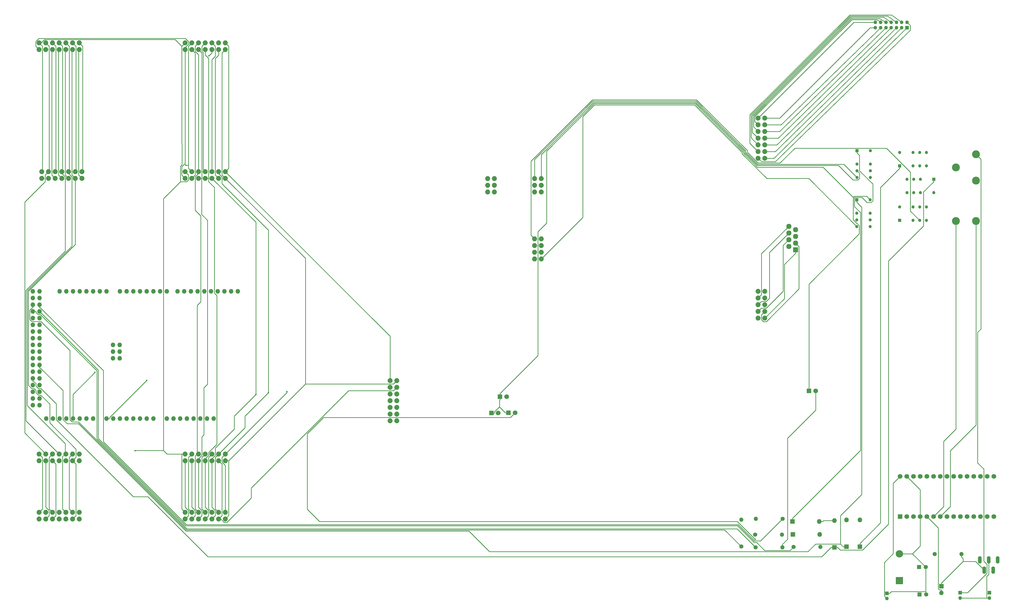
<source format=gbr>
G04 #@! TF.FileFunction,Copper,L2,Bot,Signal*
%FSLAX46Y46*%
G04 Gerber Fmt 4.6, Leading zero omitted, Abs format (unit mm)*
G04 Created by KiCad (PCBNEW 4.0.6) date 02/18/20 12:40:55*
%MOMM*%
%LPD*%
G01*
G04 APERTURE LIST*
%ADD10C,0.100000*%
%ADD11C,1.879600*%
%ADD12R,1.600000X1.600000*%
%ADD13C,1.600000*%
%ADD14R,1.800000X1.800000*%
%ADD15C,1.800000*%
%ADD16O,1.800000X1.800000*%
%ADD17R,2.800000X2.800000*%
%ADD18O,2.800000X2.800000*%
%ADD19R,1.960000X1.960000*%
%ADD20C,1.960000*%
%ADD21R,1.350000X1.350000*%
%ADD22O,1.350000X1.350000*%
%ADD23R,1.200000X1.200000*%
%ADD24C,1.200000*%
%ADD25C,3.000000*%
%ADD26O,1.600000X1.600000*%
%ADD27O,1.727200X1.727200*%
%ADD28R,1.700000X1.700000*%
%ADD29O,1.700000X1.700000*%
%ADD30O,1.408000X2.816000*%
%ADD31C,0.600000*%
%ADD32C,0.250000*%
G04 APERTURE END LIST*
D10*
D11*
X133400000Y-102400000D03*
X133400000Y-99860000D03*
X135940000Y-102400000D03*
X135940000Y-99860000D03*
X138480000Y-102400000D03*
X138480000Y-99860000D03*
X141020000Y-102400000D03*
X141020000Y-99860000D03*
X143560000Y-102400000D03*
X143560000Y-99860000D03*
X146100000Y-102400000D03*
X146100000Y-99860000D03*
X148640000Y-102400000D03*
X148640000Y-99860000D03*
X188800000Y-102400000D03*
X188800000Y-99860000D03*
X191340000Y-102400000D03*
X191340000Y-99860000D03*
X193880000Y-102400000D03*
X193880000Y-99860000D03*
X196420000Y-102400000D03*
X196420000Y-99860000D03*
X198960000Y-102400000D03*
X198960000Y-99860000D03*
X201500000Y-102400000D03*
X201500000Y-99860000D03*
X204040000Y-102400000D03*
X204040000Y-99860000D03*
X188800000Y-151200000D03*
X188800000Y-148660000D03*
X191340000Y-151200000D03*
X191340000Y-148660000D03*
X193880000Y-151200000D03*
X193880000Y-148660000D03*
X196420000Y-151200000D03*
X196420000Y-148660000D03*
X198960000Y-151200000D03*
X198960000Y-148660000D03*
X201500000Y-151200000D03*
X201500000Y-148660000D03*
X204040000Y-151200000D03*
X204040000Y-148660000D03*
X134400000Y-151200000D03*
X134400000Y-148660000D03*
X136940000Y-151200000D03*
X136940000Y-148660000D03*
X139480000Y-151200000D03*
X139480000Y-148660000D03*
X142020000Y-151200000D03*
X142020000Y-148660000D03*
X144560000Y-151200000D03*
X144560000Y-148660000D03*
X147100000Y-151200000D03*
X147100000Y-148660000D03*
X149640000Y-151200000D03*
X149640000Y-148660000D03*
X133400000Y-280400000D03*
X133400000Y-277860000D03*
X135940000Y-280400000D03*
X135940000Y-277860000D03*
X138480000Y-280400000D03*
X138480000Y-277860000D03*
X141020000Y-280400000D03*
X141020000Y-277860000D03*
X143560000Y-280400000D03*
X143560000Y-277860000D03*
X146100000Y-280400000D03*
X146100000Y-277860000D03*
X148640000Y-280400000D03*
X148640000Y-277860000D03*
X188800000Y-280400000D03*
X188800000Y-277860000D03*
X191340000Y-280400000D03*
X191340000Y-277860000D03*
X193880000Y-280400000D03*
X193880000Y-277860000D03*
X196420000Y-280400000D03*
X196420000Y-277860000D03*
X198960000Y-280400000D03*
X198960000Y-277860000D03*
X201500000Y-280400000D03*
X201500000Y-277860000D03*
X204040000Y-280400000D03*
X204040000Y-277860000D03*
X133400000Y-258300000D03*
X133400000Y-255760000D03*
X135940000Y-258300000D03*
X135940000Y-255760000D03*
X138480000Y-258300000D03*
X138480000Y-255760000D03*
X141020000Y-258300000D03*
X141020000Y-255760000D03*
X143560000Y-258300000D03*
X143560000Y-255760000D03*
X146100000Y-258300000D03*
X146100000Y-255760000D03*
X148640000Y-258300000D03*
X148640000Y-255760000D03*
X188800000Y-258300000D03*
X188800000Y-255760000D03*
X191340000Y-258300000D03*
X191340000Y-255760000D03*
X193880000Y-258300000D03*
X193880000Y-255760000D03*
X196420000Y-258300000D03*
X196420000Y-255760000D03*
X198960000Y-258300000D03*
X198960000Y-255760000D03*
X201500000Y-258300000D03*
X201500000Y-255760000D03*
X204040000Y-258300000D03*
X204040000Y-255760000D03*
X269000000Y-243200000D03*
X266460000Y-243200000D03*
X269000000Y-240660000D03*
X266460000Y-240660000D03*
X269000000Y-238120000D03*
X266460000Y-238120000D03*
X269000000Y-235580000D03*
X266460000Y-235580000D03*
X269000000Y-233040000D03*
X266460000Y-233040000D03*
X269000000Y-230500000D03*
X266460000Y-230500000D03*
X269000000Y-227960000D03*
X266460000Y-227960000D03*
X408600000Y-143600000D03*
X406060000Y-143600000D03*
X408600000Y-141060000D03*
X406060000Y-141060000D03*
X408600000Y-138520000D03*
X406060000Y-138520000D03*
X408600000Y-135980000D03*
X406060000Y-135980000D03*
X408600000Y-133440000D03*
X406060000Y-133440000D03*
X408600000Y-130900000D03*
X406060000Y-130900000D03*
X408600000Y-128360000D03*
X406060000Y-128360000D03*
X323800000Y-156400000D03*
X321260000Y-156400000D03*
X323800000Y-153860000D03*
X321260000Y-153860000D03*
X323800000Y-151320000D03*
X321260000Y-151320000D03*
X306000000Y-156400000D03*
X303460000Y-156400000D03*
X306000000Y-153860000D03*
X303460000Y-153860000D03*
X306000000Y-151320000D03*
X303460000Y-151320000D03*
X323800000Y-181800000D03*
X321260000Y-181800000D03*
X323800000Y-179260000D03*
X321260000Y-179260000D03*
X323800000Y-176720000D03*
X321260000Y-176720000D03*
X323800000Y-174180000D03*
X321260000Y-174180000D03*
X408600000Y-204267000D03*
X406060000Y-204267000D03*
X408600000Y-201727000D03*
X406060000Y-201727000D03*
X408600000Y-199187000D03*
X406060000Y-199187000D03*
X408600000Y-196647000D03*
X406060000Y-196647000D03*
X408600000Y-194107000D03*
X406060000Y-194107000D03*
D12*
X467258000Y-309067000D03*
D13*
X469758000Y-309067000D03*
D12*
X467081000Y-298679000D03*
D13*
X469581000Y-298679000D03*
D14*
X311404000Y-240132000D03*
D15*
X313944000Y-240132000D03*
D14*
X419100000Y-281381000D03*
D16*
X429260000Y-281381000D03*
D14*
X434975000Y-291186000D03*
D16*
X434975000Y-281026000D03*
D14*
X419278000Y-286283000D03*
D16*
X429438000Y-286283000D03*
D14*
X444627000Y-290957000D03*
D16*
X444627000Y-280797000D03*
D14*
X425298000Y-231800000D03*
D15*
X427838000Y-231800000D03*
D17*
X459613000Y-303809000D03*
D18*
X459613000Y-293649000D03*
D14*
X439598000Y-290957000D03*
D16*
X439598000Y-280797000D03*
D14*
X308153000Y-234061000D03*
D15*
X310693000Y-234061000D03*
D14*
X304902000Y-240208000D03*
D15*
X307442000Y-240208000D03*
D19*
X420243000Y-178308000D03*
D20*
X417703000Y-177038000D03*
X420243000Y-175768000D03*
X417703000Y-174498000D03*
X420243000Y-173228000D03*
X417703000Y-171958000D03*
X420243000Y-170688000D03*
X417703000Y-169418000D03*
D21*
X482651000Y-308407000D03*
D22*
X482651000Y-310407000D03*
D21*
X493751000Y-308407000D03*
D22*
X493751000Y-310407000D03*
D21*
X454914000Y-308610000D03*
D22*
X454914000Y-310610000D03*
D23*
X443560000Y-140692000D03*
D24*
X448640000Y-140692000D03*
X443560000Y-145772000D03*
X448640000Y-150852000D03*
X443560000Y-148312000D03*
X443560000Y-150852000D03*
X448640000Y-145772000D03*
X448640000Y-148312000D03*
D23*
X459665000Y-167183000D03*
D24*
X459665000Y-162103000D03*
X464745000Y-167183000D03*
X469825000Y-162103000D03*
X467285000Y-167183000D03*
X469825000Y-167183000D03*
X464745000Y-162103000D03*
X467285000Y-162103000D03*
D23*
X472642000Y-151536000D03*
D24*
X472642000Y-156616000D03*
X467562000Y-151536000D03*
X462482000Y-156616000D03*
X465022000Y-151536000D03*
X462482000Y-151536000D03*
X467562000Y-156616000D03*
X465022000Y-156616000D03*
D23*
X459742000Y-146482000D03*
D24*
X459742000Y-141402000D03*
X464822000Y-146482000D03*
X469902000Y-141402000D03*
X467362000Y-146482000D03*
X469902000Y-146482000D03*
X464822000Y-141402000D03*
X467362000Y-141402000D03*
D23*
X443484000Y-159361000D03*
D24*
X448564000Y-159361000D03*
X443484000Y-164441000D03*
X448564000Y-169521000D03*
X443484000Y-166981000D03*
X443484000Y-169521000D03*
X448564000Y-164441000D03*
X448564000Y-166981000D03*
D25*
X481051000Y-167411000D03*
X488671000Y-167411000D03*
X481051000Y-147091000D03*
X488671000Y-142091000D03*
X488671000Y-152091000D03*
D13*
X472999000Y-293726000D03*
D26*
X483159000Y-293726000D03*
D27*
X163932000Y-219456000D03*
X161392000Y-219456000D03*
X161392000Y-216916000D03*
X163932000Y-216916000D03*
X161392000Y-214376000D03*
X176759000Y-242316000D03*
X181839000Y-242316000D03*
X184379000Y-242316000D03*
X186919000Y-242316000D03*
X189459000Y-242316000D03*
X191999000Y-242316000D03*
X194539000Y-242316000D03*
X197079000Y-242316000D03*
X141199000Y-194056000D03*
X143739000Y-194056000D03*
X146279000Y-194056000D03*
X148819000Y-194056000D03*
X151359000Y-194056000D03*
X153899000Y-194056000D03*
X156439000Y-194056000D03*
X158979000Y-194056000D03*
X164059000Y-194056000D03*
X166599000Y-194056000D03*
X169139000Y-194056000D03*
X171679000Y-194056000D03*
X174219000Y-194056000D03*
X176759000Y-194056000D03*
X179299000Y-194056000D03*
X181839000Y-194056000D03*
X201143000Y-194056000D03*
X185903000Y-194056000D03*
X188443000Y-194056000D03*
X190983000Y-194056000D03*
X208763000Y-194056000D03*
X206223000Y-194056000D03*
X203683000Y-194056000D03*
X198603000Y-194056000D03*
X196063000Y-194056000D03*
X193523000Y-194056000D03*
X199619000Y-242316000D03*
X174219000Y-242316000D03*
X171679000Y-242316000D03*
X169139000Y-242316000D03*
X166599000Y-242316000D03*
X164059000Y-242316000D03*
X161519000Y-242316000D03*
X158979000Y-242316000D03*
X153899000Y-242316000D03*
X151359000Y-242316000D03*
X148819000Y-242316000D03*
X146279000Y-242316000D03*
X143739000Y-242316000D03*
X141199000Y-242316000D03*
X138659000Y-242316000D03*
X136119000Y-242316000D03*
X133579000Y-194056000D03*
X131039000Y-194056000D03*
X133579000Y-196596000D03*
X131039000Y-196596000D03*
X133579000Y-199136000D03*
X131039000Y-199136000D03*
X133579000Y-201676000D03*
X131039000Y-201676000D03*
X133579000Y-204216000D03*
X131039000Y-204216000D03*
X133579000Y-206756000D03*
X131039000Y-206756000D03*
X133579000Y-209296000D03*
X131039000Y-209296000D03*
X133579000Y-211836000D03*
X131039000Y-211836000D03*
X133579000Y-214376000D03*
X131039000Y-214376000D03*
X133579000Y-216916000D03*
X131039000Y-216916000D03*
X133579000Y-219456000D03*
X131039000Y-219456000D03*
X133579000Y-221996000D03*
X131039000Y-221996000D03*
X133579000Y-224536000D03*
X131039000Y-224536000D03*
X133579000Y-227076000D03*
X131039000Y-227076000D03*
X133579000Y-229616000D03*
X131039000Y-229616000D03*
X133579000Y-232156000D03*
X131039000Y-232156000D03*
X133579000Y-234696000D03*
X131039000Y-234696000D03*
X133579000Y-237236000D03*
X131039000Y-237236000D03*
X163932000Y-214376000D03*
D13*
X419456000Y-291059000D03*
D26*
X429616000Y-291059000D03*
D13*
X405130000Y-291160000D03*
D26*
X415290000Y-291160000D03*
D13*
X404952000Y-286360000D03*
D26*
X415112000Y-286360000D03*
D13*
X399644000Y-290855000D03*
D26*
X399644000Y-280695000D03*
D13*
X415341000Y-280391000D03*
D26*
X405181000Y-280391000D03*
D28*
X475539000Y-305892000D03*
D29*
X475539000Y-308432000D03*
D14*
X459892000Y-279476000D03*
D15*
X462432000Y-279476000D03*
X464972000Y-279476000D03*
X467512000Y-279476000D03*
X470052000Y-279476000D03*
X472592000Y-279476000D03*
X475132000Y-279476000D03*
X477672000Y-279476000D03*
X480212000Y-279476000D03*
X482752000Y-279476000D03*
X485292000Y-279476000D03*
X487832000Y-279476000D03*
X490372000Y-279476000D03*
X492912000Y-279476000D03*
X495452000Y-279476000D03*
X495452000Y-264236000D03*
X492912000Y-264236000D03*
X490372000Y-264236000D03*
X487832000Y-264236000D03*
X485292000Y-264236000D03*
X482752000Y-264236000D03*
X480212000Y-264236000D03*
X477672000Y-264236000D03*
X475132000Y-264236000D03*
X472592000Y-264236000D03*
X470052000Y-264236000D03*
X467512000Y-264236000D03*
X464972000Y-264236000D03*
X462432000Y-264236000D03*
X459892000Y-264236000D03*
D30*
X495197000Y-299817000D03*
X491797000Y-299817000D03*
X496897000Y-295917000D03*
X493497000Y-295917000D03*
X490097000Y-295917000D03*
D21*
X462508600Y-94081600D03*
D22*
X462508600Y-92081600D03*
X460508600Y-94081600D03*
X460508600Y-92081600D03*
X458508600Y-94081600D03*
X458508600Y-92081600D03*
X456508600Y-94081600D03*
X456508600Y-92081600D03*
X454508600Y-94081600D03*
X454508600Y-92081600D03*
X452508600Y-94081600D03*
X452508600Y-92081600D03*
X450508600Y-94081600D03*
X450508600Y-92081600D03*
D31*
X404943000Y-288140200D03*
X169773800Y-254494800D03*
X189040600Y-146203100D03*
X197861700Y-104735900D03*
X215586100Y-233190300D03*
X220336300Y-232554400D03*
X227411400Y-232112300D03*
X174246700Y-227865600D03*
X154596800Y-224829600D03*
D32*
X457279100Y-266848900D02*
X459892000Y-264236000D01*
X457279100Y-293542800D02*
X457279100Y-266848900D01*
X453909900Y-296912000D02*
X457279100Y-293542800D01*
X453909900Y-309605900D02*
X453909900Y-296912000D01*
X454914000Y-310610000D02*
X453909900Y-309605900D01*
X304902000Y-240208000D02*
X306127300Y-240208000D01*
X311404000Y-240132000D02*
X310178700Y-240132000D01*
X310178700Y-240132000D02*
X307982100Y-237935400D01*
X306127300Y-239748500D02*
X306127300Y-240208000D01*
X307940400Y-237935400D02*
X306127300Y-239748500D01*
X307982100Y-237935400D02*
X307940400Y-237935400D01*
X307982100Y-235457200D02*
X308153000Y-235286300D01*
X307982100Y-237935400D02*
X307982100Y-235457200D01*
X308153000Y-234061000D02*
X308153000Y-235286300D01*
X482651000Y-310407000D02*
X483651300Y-310407000D01*
X493751000Y-310407000D02*
X492750700Y-310407000D01*
X493497000Y-301440900D02*
X493497000Y-295917000D01*
X492750700Y-302187200D02*
X493497000Y-301440900D01*
X492750700Y-310407000D02*
X492750700Y-302187200D01*
X492750700Y-310407000D02*
X483651300Y-310407000D01*
X430840300Y-281026000D02*
X430485300Y-281381000D01*
X434975000Y-281026000D02*
X430840300Y-281026000D01*
X429260000Y-281381000D02*
X430485300Y-281381000D01*
X454914000Y-308610000D02*
X455914300Y-308610000D01*
X456609700Y-307914600D02*
X469581000Y-307914600D01*
X455914300Y-308610000D02*
X456609700Y-307914600D01*
X469581000Y-308890000D02*
X469581000Y-307914600D01*
X469758000Y-309067000D02*
X469581000Y-308890000D01*
X308153000Y-234061000D02*
X308153000Y-232835700D01*
X442080600Y-166902000D02*
X442080600Y-158392100D01*
X443429600Y-168251000D02*
X442080600Y-166902000D01*
X443523400Y-168251000D02*
X443429600Y-168251000D01*
X444414900Y-169142500D02*
X443523400Y-168251000D01*
X444414900Y-172254400D02*
X444414900Y-169142500D01*
X425298000Y-191371300D02*
X444414900Y-172254400D01*
X425298000Y-231800000D02*
X425298000Y-191371300D01*
X447188200Y-157985200D02*
X448564000Y-159361000D01*
X442487500Y-157985200D02*
X447188200Y-157985200D01*
X442080600Y-158392100D02*
X442487500Y-157985200D01*
X430683700Y-146995200D02*
X442080600Y-158392100D01*
X405709300Y-146995200D02*
X430683700Y-146995200D01*
X400420400Y-141706300D02*
X405709300Y-146995200D01*
X400420400Y-141129300D02*
X400420400Y-141706300D01*
X382201900Y-122910800D02*
X400420400Y-141129300D01*
X343790600Y-122910800D02*
X382201900Y-122910800D01*
X325826600Y-140874800D02*
X343790600Y-122910800D01*
X325826600Y-168173700D02*
X325826600Y-140874800D01*
X322530100Y-171470200D02*
X325826600Y-168173700D01*
X322530100Y-218458600D02*
X322530100Y-171470200D01*
X308153000Y-232835700D02*
X322530100Y-218458600D01*
X469581000Y-307914600D02*
X469581000Y-298679000D01*
X467512000Y-269316000D02*
X467512000Y-279476000D01*
X462432000Y-264236000D02*
X467512000Y-269316000D01*
X467512000Y-290688000D02*
X464551000Y-293649000D01*
X467512000Y-279476000D02*
X467512000Y-290688000D01*
X469581000Y-298679000D02*
X464551000Y-293649000D01*
X464551000Y-293649000D02*
X459613000Y-293649000D01*
X483159000Y-293726000D02*
X483159000Y-294851300D01*
X475539000Y-305892000D02*
X475539000Y-304716700D01*
X488520000Y-296540000D02*
X491797000Y-299817000D01*
X483715700Y-296540000D02*
X488520000Y-296540000D01*
X483715700Y-295408000D02*
X483715700Y-296540000D01*
X483159000Y-294851300D02*
X483715700Y-295408000D01*
X483715700Y-296540000D02*
X475539000Y-304716700D01*
X312145900Y-241930100D02*
X313944000Y-240132000D01*
X241242300Y-241930100D02*
X312145900Y-241930100D01*
X235092600Y-248079800D02*
X241242300Y-241930100D01*
X235092600Y-276679100D02*
X235092600Y-248079800D01*
X239772000Y-281358500D02*
X235092600Y-276679100D01*
X398161300Y-281358500D02*
X239772000Y-281358500D01*
X404943000Y-288140200D02*
X398161300Y-281358500D01*
X419100000Y-281381000D02*
X419100000Y-280155700D01*
X443560000Y-140692000D02*
X443560000Y-141617300D01*
X444485300Y-142542600D02*
X443560000Y-141617300D01*
X444485300Y-148311800D02*
X444485300Y-142542600D01*
X449531600Y-153358100D02*
X444485300Y-148311800D01*
X449531600Y-159740100D02*
X449531600Y-153358100D01*
X448933500Y-160338200D02*
X449531600Y-159740100D01*
X447316000Y-160338200D02*
X448933500Y-160338200D01*
X445413400Y-158435600D02*
X447316000Y-160338200D01*
X442681500Y-158435600D02*
X445413400Y-158435600D01*
X442558600Y-158558500D02*
X442681500Y-158435600D01*
X442558600Y-161901000D02*
X442558600Y-158558500D01*
X444865300Y-164207700D02*
X442558600Y-161901000D01*
X444865300Y-254390400D02*
X444865300Y-164207700D01*
X419100000Y-280155700D02*
X444865300Y-254390400D01*
X472642000Y-151536000D02*
X472642000Y-152461300D01*
X434975000Y-291186000D02*
X436200300Y-291186000D01*
X468789200Y-156314100D02*
X472642000Y-152461300D01*
X468789200Y-169225800D02*
X468789200Y-156314100D01*
X455441200Y-182573800D02*
X468789200Y-169225800D01*
X455441200Y-282406100D02*
X455441200Y-182573800D01*
X445642400Y-292204900D02*
X455441200Y-282406100D01*
X437219200Y-292204900D02*
X445642400Y-292204900D01*
X436200300Y-291186000D02*
X437219200Y-292204900D01*
X430180200Y-294755500D02*
X433749700Y-291186000D01*
X197423200Y-294755500D02*
X430180200Y-294755500D01*
X174594200Y-271926500D02*
X197423200Y-294755500D01*
X169107000Y-271926500D02*
X174594200Y-271926500D01*
X139929000Y-242748500D02*
X169107000Y-271926500D01*
X139929000Y-236756700D02*
X139929000Y-242748500D01*
X134058300Y-230886000D02*
X139929000Y-236756700D01*
X133145700Y-230886000D02*
X134058300Y-230886000D01*
X132227900Y-229968200D02*
X133145700Y-230886000D01*
X132227900Y-229082200D02*
X132227900Y-229968200D01*
X131410600Y-228264900D02*
X132227900Y-229082200D01*
X131039000Y-228264900D02*
X131410600Y-228264900D01*
X131039000Y-227076000D02*
X131039000Y-228264900D01*
X434975000Y-291186000D02*
X433749700Y-291186000D01*
X452457900Y-154691400D02*
X459742000Y-147407300D01*
X452457900Y-281900800D02*
X452457900Y-154691400D01*
X444627000Y-289731700D02*
X452457900Y-281900800D01*
X444627000Y-290957000D02*
X444627000Y-289731700D01*
X459742000Y-146482000D02*
X459742000Y-147407300D01*
X427838000Y-239086000D02*
X427838000Y-231800000D01*
X417170500Y-249753500D02*
X427838000Y-239086000D01*
X417170500Y-288154200D02*
X417170500Y-249753500D01*
X415290000Y-290034700D02*
X417170500Y-288154200D01*
X415290000Y-291160000D02*
X415290000Y-290034700D01*
X439598000Y-290957000D02*
X438372700Y-290957000D01*
X437290500Y-279133300D02*
X437290500Y-289874800D01*
X445334500Y-271089300D02*
X437290500Y-279133300D01*
X445334500Y-162136800D02*
X445334500Y-271089300D01*
X443484000Y-160286300D02*
X445334500Y-162136800D01*
X437290500Y-289874800D02*
X438372700Y-290957000D01*
X443484000Y-159361000D02*
X443484000Y-160286300D01*
X133579000Y-221996000D02*
X133579000Y-223184900D01*
X427859200Y-289874800D02*
X437290500Y-289874800D01*
X424950500Y-292783500D02*
X427859200Y-289874800D01*
X304177300Y-292783500D02*
X424950500Y-292783500D01*
X296416000Y-285022200D02*
X304177300Y-292783500D01*
X189080200Y-285022200D02*
X296416000Y-285022200D01*
X148376700Y-244318700D02*
X189080200Y-285022200D01*
X144059000Y-244318700D02*
X148376700Y-244318700D01*
X142469000Y-242728700D02*
X144059000Y-244318700D01*
X142469000Y-231703400D02*
X142469000Y-242728700D01*
X133950500Y-223184900D02*
X142469000Y-231703400D01*
X133579000Y-223184900D02*
X133950500Y-223184900D01*
X188800000Y-101649300D02*
X188800000Y-102400000D01*
X190065200Y-100384100D02*
X188800000Y-101649300D01*
X190065200Y-99322800D02*
X190065200Y-100384100D01*
X188859200Y-98116800D02*
X190065200Y-99322800D01*
X133344700Y-98116800D02*
X188859200Y-98116800D01*
X132098700Y-99362800D02*
X133344700Y-98116800D01*
X132098700Y-101098700D02*
X132098700Y-99362800D01*
X133400000Y-102400000D02*
X132098700Y-101098700D01*
X190070000Y-279130000D02*
X188800000Y-280400000D01*
X190070000Y-277226900D02*
X190070000Y-279130000D01*
X188800000Y-275956900D02*
X190070000Y-277226900D01*
X188800000Y-258300000D02*
X188800000Y-275956900D01*
X187525200Y-149925200D02*
X188800000Y-151200000D01*
X187525200Y-146834200D02*
X187525200Y-149925200D01*
X188800000Y-145559400D02*
X187525200Y-146834200D01*
X188800000Y-102400000D02*
X188800000Y-145559400D01*
X190070000Y-149930000D02*
X188800000Y-148660000D01*
X190070000Y-151833100D02*
X190070000Y-149930000D01*
X189359700Y-152543400D02*
X190070000Y-151833100D01*
X187030700Y-152543400D02*
X189359700Y-152543400D01*
X180601800Y-158972300D02*
X180601800Y-254461700D01*
X187030700Y-152543400D02*
X180601800Y-158972300D01*
X169806900Y-254461700D02*
X169773800Y-254494800D01*
X180601800Y-254461700D02*
X169806900Y-254461700D01*
X187521400Y-276581400D02*
X188800000Y-277860000D01*
X187521400Y-255760000D02*
X187521400Y-276581400D01*
X188800000Y-255760000D02*
X187521400Y-255760000D01*
X181900100Y-255760000D02*
X180601800Y-254461700D01*
X187521400Y-255760000D02*
X181900100Y-255760000D01*
X187525200Y-138084400D02*
X187525200Y-101134800D01*
X187608400Y-138167600D02*
X187525200Y-138084400D01*
X187608400Y-146061200D02*
X187608400Y-138167600D01*
X187030700Y-146638900D02*
X187608400Y-146061200D01*
X187030700Y-152543400D02*
X187030700Y-146638900D01*
X187525200Y-101134800D02*
X188800000Y-99860000D01*
X135424400Y-98567200D02*
X133765800Y-100225800D01*
X184957600Y-98567200D02*
X135424400Y-98567200D01*
X187525200Y-101134800D02*
X184957600Y-98567200D01*
X133400000Y-99860000D02*
X133765800Y-100225800D01*
X134670000Y-148390000D02*
X134400000Y-148660000D01*
X134670000Y-101130000D02*
X134670000Y-148390000D01*
X133765800Y-100225800D02*
X134670000Y-101130000D01*
X134670000Y-276590000D02*
X133400000Y-277860000D01*
X134670000Y-257030000D02*
X134670000Y-276590000D01*
X133400000Y-255760000D02*
X134670000Y-257030000D01*
X192610000Y-103670000D02*
X191340000Y-102400000D01*
X192610000Y-149930000D02*
X192610000Y-103670000D01*
X191340000Y-151200000D02*
X192610000Y-149930000D01*
X137210000Y-279130000D02*
X135940000Y-280400000D01*
X137210000Y-277226900D02*
X137210000Y-279130000D01*
X135940000Y-275956900D02*
X137210000Y-277226900D01*
X135940000Y-258300000D02*
X135940000Y-275956900D01*
X192610000Y-279130000D02*
X191340000Y-280400000D01*
X192610000Y-277226900D02*
X192610000Y-279130000D01*
X191340000Y-275956900D02*
X192610000Y-277226900D01*
X191340000Y-258300000D02*
X191340000Y-275956900D01*
X190070000Y-276590000D02*
X191340000Y-277860000D01*
X190070000Y-257030000D02*
X190070000Y-276590000D01*
X191340000Y-255760000D02*
X190070000Y-257030000D01*
X189040600Y-146203100D02*
X190070000Y-146203100D01*
X190070000Y-147390000D02*
X190070000Y-146203100D01*
X191340000Y-148660000D02*
X190070000Y-147390000D01*
X190070000Y-101130000D02*
X191340000Y-99860000D01*
X190070000Y-146203100D02*
X190070000Y-101130000D01*
X137210000Y-148390000D02*
X136940000Y-148660000D01*
X137210000Y-101130000D02*
X137210000Y-148390000D01*
X135940000Y-99860000D02*
X137210000Y-101130000D01*
X127954900Y-247774900D02*
X135940000Y-255760000D01*
X127954900Y-160180300D02*
X127954900Y-247774900D01*
X135670000Y-152465200D02*
X127954900Y-160180300D01*
X135670000Y-149930000D02*
X135670000Y-152465200D01*
X136940000Y-148660000D02*
X135670000Y-149930000D01*
X193880000Y-275956900D02*
X193880000Y-258300000D01*
X195150000Y-277226900D02*
X193880000Y-275956900D01*
X195150000Y-279130000D02*
X195150000Y-277226900D01*
X193880000Y-280400000D02*
X195150000Y-279130000D01*
X139745200Y-259565200D02*
X138480000Y-258300000D01*
X139745200Y-279134800D02*
X139745200Y-259565200D01*
X138480000Y-280400000D02*
X139745200Y-279134800D01*
X195030600Y-151200000D02*
X193880000Y-151200000D01*
X195145200Y-151085400D02*
X195030600Y-151200000D01*
X195145200Y-103665200D02*
X195145200Y-151085400D01*
X193880000Y-102400000D02*
X195145200Y-103665200D01*
X193880000Y-257549300D02*
X193880000Y-258300000D01*
X195154800Y-256274500D02*
X193880000Y-257549300D01*
X195154800Y-249249200D02*
X195154800Y-256274500D01*
X195890000Y-248514000D02*
X195154800Y-249249200D01*
X195890000Y-230632800D02*
X195890000Y-248514000D01*
X197256900Y-229265900D02*
X195890000Y-230632800D01*
X197256900Y-167115900D02*
X197256900Y-229265900D01*
X195030600Y-164889600D02*
X197256900Y-167115900D01*
X195030600Y-151200000D02*
X195030600Y-164889600D01*
X138210000Y-102670000D02*
X138480000Y-102400000D01*
X138210000Y-149930000D02*
X138210000Y-102670000D01*
X139480000Y-151200000D02*
X138210000Y-149930000D01*
X192610000Y-101130000D02*
X193880000Y-99860000D01*
X192610000Y-103033100D02*
X192610000Y-101130000D01*
X193880000Y-104303100D02*
X192610000Y-103033100D01*
X193880000Y-148660000D02*
X193880000Y-104303100D01*
X137210000Y-257030000D02*
X138480000Y-255760000D01*
X137210000Y-276590000D02*
X137210000Y-257030000D01*
X138480000Y-277860000D02*
X137210000Y-276590000D01*
X193880000Y-255760000D02*
X193345400Y-255760000D01*
X192610000Y-276590000D02*
X193880000Y-277860000D01*
X192610000Y-256495400D02*
X192610000Y-276590000D01*
X193345400Y-255760000D02*
X192610000Y-256495400D01*
X193345400Y-199445700D02*
X193345400Y-255760000D01*
X194736700Y-198054400D02*
X193345400Y-199445700D01*
X194736700Y-165457900D02*
X194736700Y-198054400D01*
X192610000Y-163331200D02*
X194736700Y-165457900D01*
X192610000Y-150623800D02*
X192610000Y-163331200D01*
X193880000Y-149353800D02*
X192610000Y-150623800D01*
X193880000Y-148660000D02*
X193880000Y-149353800D01*
X139750000Y-101130000D02*
X138480000Y-99860000D01*
X139750000Y-148390000D02*
X139750000Y-101130000D01*
X139480000Y-148660000D02*
X139750000Y-148390000D01*
X197690000Y-279130000D02*
X196420000Y-280400000D01*
X197690000Y-277226900D02*
X197690000Y-279130000D01*
X196420000Y-275956900D02*
X197690000Y-277226900D01*
X196420000Y-258300000D02*
X196420000Y-275956900D01*
X196420000Y-151200000D02*
X197690000Y-151200000D01*
X197690000Y-152470000D02*
X197690000Y-151200000D01*
X199873000Y-154653000D02*
X197690000Y-152470000D01*
X199873000Y-194713400D02*
X199873000Y-154653000D01*
X200813600Y-195654000D02*
X199873000Y-194713400D01*
X200813600Y-252064600D02*
X200813600Y-195654000D01*
X197690000Y-255188200D02*
X200813600Y-252064600D01*
X197690000Y-256336200D02*
X197690000Y-255188200D01*
X196420000Y-257606200D02*
X197690000Y-256336200D01*
X196420000Y-258300000D02*
X196420000Y-257606200D01*
X196420000Y-104404600D02*
X196420000Y-102400000D01*
X197690000Y-105674600D02*
X196420000Y-104404600D01*
X197690000Y-151200000D02*
X197690000Y-105674600D01*
X140750000Y-149930000D02*
X142020000Y-151200000D01*
X140750000Y-102670000D02*
X140750000Y-149930000D01*
X141020000Y-102400000D02*
X140750000Y-102670000D01*
X195150000Y-101130000D02*
X196420000Y-99860000D01*
X195150000Y-103033100D02*
X195150000Y-101130000D01*
X195600400Y-103483500D02*
X195150000Y-103033100D01*
X195600400Y-147840400D02*
X195600400Y-103483500D01*
X196420000Y-148660000D02*
X195600400Y-147840400D01*
X195150000Y-257030000D02*
X196420000Y-255760000D01*
X195150000Y-276590000D02*
X195150000Y-257030000D01*
X196420000Y-277860000D02*
X195150000Y-276590000D01*
X142290000Y-101130000D02*
X141020000Y-99860000D01*
X142290000Y-148390000D02*
X142290000Y-101130000D01*
X142020000Y-148660000D02*
X142290000Y-148390000D01*
X142020000Y-149353800D02*
X142020000Y-148660000D01*
X143290000Y-150623800D02*
X142020000Y-149353800D01*
X143290000Y-178837100D02*
X143290000Y-150623800D01*
X128407900Y-193719200D02*
X143290000Y-178837100D01*
X128407900Y-243147900D02*
X128407900Y-193719200D01*
X141020000Y-255760000D02*
X128407900Y-243147900D01*
X198960000Y-103637600D02*
X198960000Y-102400000D01*
X197861700Y-104735900D02*
X198960000Y-103637600D01*
X143290000Y-102670000D02*
X143560000Y-102400000D01*
X143290000Y-149930000D02*
X143290000Y-102670000D01*
X144560000Y-151200000D02*
X143290000Y-149930000D01*
X200225200Y-279134800D02*
X198960000Y-280400000D01*
X200225200Y-277222100D02*
X200225200Y-279134800D01*
X198960000Y-275956900D02*
X200225200Y-277222100D01*
X198960000Y-258300000D02*
X198960000Y-275956900D01*
X207409300Y-241367100D02*
X215586100Y-233190300D01*
X207409300Y-246322800D02*
X207409300Y-241367100D01*
X200230000Y-253502100D02*
X207409300Y-246322800D01*
X200230000Y-256336200D02*
X200230000Y-253502100D01*
X198960000Y-257606200D02*
X200230000Y-256336200D01*
X198960000Y-258300000D02*
X198960000Y-257606200D01*
X215586100Y-167826100D02*
X215586100Y-233190300D01*
X198960000Y-151200000D02*
X215586100Y-167826100D01*
X144830000Y-101130000D02*
X143560000Y-99860000D01*
X144830000Y-148390000D02*
X144830000Y-101130000D01*
X144560000Y-148660000D02*
X144830000Y-148390000D01*
X197690000Y-257030000D02*
X198960000Y-255760000D01*
X197690000Y-276590000D02*
X197690000Y-257030000D01*
X198960000Y-277860000D02*
X197690000Y-276590000D01*
X143292700Y-255760000D02*
X143560000Y-255760000D01*
X142290000Y-256762700D02*
X143292700Y-255760000D01*
X142290000Y-276590000D02*
X142290000Y-256762700D01*
X143560000Y-277860000D02*
X142290000Y-276590000D01*
X198960000Y-106180900D02*
X198960000Y-148660000D01*
X200230000Y-104910900D02*
X198960000Y-106180900D01*
X200230000Y-101130000D02*
X200230000Y-104910900D01*
X198960000Y-99860000D02*
X200230000Y-101130000D01*
X144560000Y-149353800D02*
X144560000Y-148660000D01*
X145830000Y-150623800D02*
X144560000Y-149353800D01*
X145830000Y-176934000D02*
X145830000Y-150623800D01*
X128883300Y-193880700D02*
X145830000Y-176934000D01*
X128883300Y-237396200D02*
X128883300Y-193880700D01*
X143292700Y-251805600D02*
X128883300Y-237396200D01*
X143292700Y-255760000D02*
X143292700Y-251805600D01*
X145830000Y-102670000D02*
X146100000Y-102400000D01*
X145830000Y-149930000D02*
X145830000Y-102670000D01*
X147100000Y-151200000D02*
X145830000Y-149930000D01*
X202770000Y-279130000D02*
X201874300Y-280025700D01*
X202770000Y-259570000D02*
X202770000Y-279130000D01*
X201500000Y-258300000D02*
X202770000Y-259570000D01*
X201874300Y-280025700D02*
X201500000Y-280400000D01*
X267730000Y-231770000D02*
X269000000Y-230500000D01*
X250756800Y-231770000D02*
X267730000Y-231770000D01*
X213837400Y-268689400D02*
X250756800Y-231770000D01*
X213837400Y-272461100D02*
X213837400Y-268689400D01*
X204606900Y-281691600D02*
X213837400Y-272461100D01*
X203540100Y-281691600D02*
X204606900Y-281691600D01*
X201874300Y-280025700D02*
X203540100Y-281691600D01*
X200230000Y-149930000D02*
X201500000Y-151200000D01*
X200230000Y-105773100D02*
X200230000Y-149930000D01*
X201500000Y-104503100D02*
X200230000Y-105773100D01*
X201500000Y-102400000D02*
X201500000Y-104503100D01*
X147100000Y-176313500D02*
X147100000Y-151200000D01*
X129333700Y-194079800D02*
X147100000Y-176313500D01*
X129333700Y-229669100D02*
X129333700Y-194079800D01*
X130550600Y-230886000D02*
X129333700Y-229669100D01*
X131451400Y-230886000D02*
X130550600Y-230886000D01*
X132228100Y-231662700D02*
X131451400Y-230886000D01*
X132228100Y-232544800D02*
X132228100Y-231662700D01*
X133109300Y-233426000D02*
X132228100Y-232544800D01*
X134000100Y-233426000D02*
X133109300Y-233426000D01*
X137444500Y-236870400D02*
X134000100Y-233426000D01*
X137444500Y-243975900D02*
X137444500Y-236870400D01*
X147370000Y-253901400D02*
X137444500Y-243975900D01*
X147370000Y-257030000D02*
X147370000Y-253901400D01*
X146100000Y-258300000D02*
X147370000Y-257030000D01*
X147370000Y-279130000D02*
X146100000Y-280400000D01*
X147370000Y-259570000D02*
X147370000Y-279130000D01*
X146100000Y-258300000D02*
X147370000Y-259570000D01*
X144830000Y-257030000D02*
X146100000Y-255760000D01*
X144830000Y-276590000D02*
X144830000Y-257030000D01*
X146100000Y-277860000D02*
X144830000Y-276590000D01*
X200230000Y-276590000D02*
X201500000Y-277860000D01*
X200230000Y-257030000D02*
X200230000Y-276590000D01*
X201500000Y-255760000D02*
X200230000Y-257030000D01*
X147370000Y-148390000D02*
X147100000Y-148660000D01*
X147370000Y-101130000D02*
X147370000Y-148390000D01*
X146100000Y-99860000D02*
X147370000Y-101130000D01*
X211459600Y-241431100D02*
X220336300Y-232554400D01*
X211459600Y-245800400D02*
X211459600Y-241431100D01*
X201500000Y-255760000D02*
X211459600Y-245800400D01*
X201500000Y-149353800D02*
X201500000Y-148660000D01*
X202770000Y-150623800D02*
X201500000Y-149353800D01*
X202770000Y-153271400D02*
X202770000Y-150623800D01*
X220336300Y-170837700D02*
X202770000Y-153271400D01*
X220336300Y-232554400D02*
X220336300Y-170837700D01*
X148370000Y-149930000D02*
X149640000Y-151200000D01*
X148370000Y-102670000D02*
X148370000Y-149930000D01*
X148640000Y-102400000D02*
X148370000Y-102670000D01*
X202770000Y-103670000D02*
X204040000Y-102400000D01*
X202770000Y-149930000D02*
X202770000Y-103670000D01*
X204040000Y-151200000D02*
X202770000Y-149930000D01*
X205324100Y-279115900D02*
X205324100Y-258300000D01*
X204040000Y-280400000D02*
X205324100Y-279115900D01*
X205324100Y-258300000D02*
X204040000Y-258300000D01*
X234394200Y-181554200D02*
X204040000Y-151200000D01*
X234394200Y-229229900D02*
X234394200Y-181554200D01*
X267730100Y-229229900D02*
X234394200Y-229229900D01*
X269000000Y-227960000D02*
X267730100Y-229229900D01*
X234394200Y-229229900D02*
X205324100Y-258300000D01*
X149910600Y-148389400D02*
X149640000Y-148660000D01*
X149910600Y-101130600D02*
X149910600Y-148389400D01*
X148640000Y-99860000D02*
X149910600Y-101130600D01*
X266460000Y-211080000D02*
X204040000Y-148660000D01*
X266460000Y-227960000D02*
X266460000Y-211080000D01*
X205306000Y-147394000D02*
X204040000Y-148660000D01*
X205306000Y-101126000D02*
X205306000Y-147394000D01*
X204040000Y-99860000D02*
X205306000Y-101126000D01*
X204040000Y-260089200D02*
X204040000Y-277860000D01*
X202770000Y-258819200D02*
X204040000Y-260089200D01*
X202770000Y-257030000D02*
X202770000Y-258819200D01*
X204040000Y-255760000D02*
X202770000Y-257030000D01*
X227411400Y-232388600D02*
X204040000Y-255760000D01*
X227411400Y-232112300D02*
X227411400Y-232388600D01*
X415979500Y-196887500D02*
X408600000Y-204267000D01*
X415979600Y-196887500D02*
X415979500Y-196887500D01*
X415979600Y-183876700D02*
X415979600Y-196887500D01*
X420243000Y-179613300D02*
X415979600Y-183876700D01*
X420243000Y-178308000D02*
X420243000Y-179613300D01*
X407330000Y-202997000D02*
X408600000Y-201727000D01*
X407330000Y-204815400D02*
X407330000Y-202997000D01*
X408086500Y-205571900D02*
X407330000Y-204815400D01*
X409157400Y-205571900D02*
X408086500Y-205571900D01*
X421548300Y-193181000D02*
X409157400Y-205571900D01*
X421548300Y-177073300D02*
X421548300Y-193181000D01*
X420243000Y-175768000D02*
X421548300Y-177073300D01*
X415529200Y-176671800D02*
X417703000Y-174498000D01*
X415529200Y-194071400D02*
X415529200Y-176671800D01*
X409143600Y-200457000D02*
X415529200Y-194071400D01*
X407330000Y-200457000D02*
X409143600Y-200457000D01*
X406060000Y-201727000D02*
X407330000Y-200457000D01*
X407334800Y-197912200D02*
X406060000Y-199187000D01*
X409135000Y-197912200D02*
X407334800Y-197912200D01*
X410308300Y-196738900D02*
X409135000Y-197912200D01*
X410308300Y-179352700D02*
X410308300Y-196738900D01*
X417703000Y-171958000D02*
X410308300Y-179352700D01*
X407330000Y-179791000D02*
X417703000Y-169418000D01*
X407330000Y-195377000D02*
X407330000Y-179791000D01*
X406060000Y-196647000D02*
X407330000Y-195377000D01*
X412024600Y-143600000D02*
X408600000Y-143600000D01*
X462508600Y-94081600D02*
X412024600Y-143600000D01*
X407376100Y-144916100D02*
X406060000Y-143600000D01*
X412522000Y-144916100D02*
X407376100Y-144916100D01*
X463737200Y-95047100D02*
X412522000Y-144916100D01*
X463737200Y-93234400D02*
X463737200Y-95047100D01*
X462508600Y-92081600D02*
X463737200Y-93234400D01*
X412564600Y-141060000D02*
X408600000Y-141060000D01*
X460508600Y-94081600D02*
X412564600Y-141060000D01*
X402916000Y-137916000D02*
X406060000Y-141060000D01*
X402916000Y-127115000D02*
X402916000Y-137916000D01*
X440799200Y-89231800D02*
X402916000Y-127115000D01*
X456693200Y-89231800D02*
X440799200Y-89231800D01*
X460508600Y-92081600D02*
X456693200Y-89231800D01*
X413104600Y-138520000D02*
X408600000Y-138520000D01*
X458508600Y-94081600D02*
X413104600Y-138520000D01*
X455143600Y-89682200D02*
X458508600Y-92081600D01*
X440993000Y-89682200D02*
X455143600Y-89682200D01*
X403378500Y-127296700D02*
X440993000Y-89682200D01*
X403378500Y-135838500D02*
X403378500Y-127296700D01*
X406060000Y-138520000D02*
X403378500Y-135838500D01*
X413644600Y-135980000D02*
X408600000Y-135980000D01*
X456508600Y-94081600D02*
X413644600Y-135980000D01*
X453594000Y-90132600D02*
X456508600Y-92081600D01*
X441180000Y-90132600D02*
X453594000Y-90132600D01*
X403828900Y-127483700D02*
X441180000Y-90132600D01*
X403828900Y-133748900D02*
X403828900Y-127483700D01*
X406060000Y-135980000D02*
X403828900Y-133748900D01*
X414184600Y-133440000D02*
X408600000Y-133440000D01*
X454508600Y-94081600D02*
X414184600Y-133440000D01*
X452044400Y-90583000D02*
X454508600Y-92081600D01*
X441366500Y-90583000D02*
X452044400Y-90583000D01*
X404334900Y-127614600D02*
X441366500Y-90583000D01*
X404334900Y-131714900D02*
X404334900Y-127614600D01*
X406060000Y-133440000D02*
X404334900Y-131714900D01*
X414724600Y-130900000D02*
X408600000Y-130900000D01*
X452508600Y-94081600D02*
X414724600Y-130900000D01*
X450994792Y-91033400D02*
X452813400Y-91980000D01*
X441560400Y-91033400D02*
X450994792Y-91033400D01*
X404785200Y-127808600D02*
X441560400Y-91033400D01*
X404785200Y-129625200D02*
X404785200Y-127808600D01*
X406060000Y-130900000D02*
X404785200Y-129625200D01*
X450508600Y-94081600D02*
X448542700Y-94081600D01*
X414264300Y-128360000D02*
X408600000Y-128360000D01*
X448542700Y-94081600D02*
X414264300Y-128360000D01*
X442338400Y-92081600D02*
X406060000Y-128360000D01*
X450508600Y-92081600D02*
X442338400Y-92081600D01*
X485413100Y-308407000D02*
X482651000Y-308407000D01*
X492827400Y-300992700D02*
X485413100Y-308407000D01*
X492827400Y-297651400D02*
X492827400Y-300992700D01*
X491637700Y-296461700D02*
X492827400Y-297651400D01*
X491637700Y-261499700D02*
X491637700Y-296461700D01*
X489294300Y-259156300D02*
X491637700Y-261499700D01*
X489294300Y-209599700D02*
X489294300Y-259156300D01*
X490504700Y-208389300D02*
X489294300Y-209599700D01*
X490504700Y-143924700D02*
X490504700Y-208389300D01*
X488671000Y-142091000D02*
X490504700Y-143924700D01*
X158979000Y-242316000D02*
X160167900Y-242316000D01*
X160167900Y-241944400D02*
X174246700Y-227865600D01*
X160167900Y-242316000D02*
X160167900Y-241944400D01*
X146279000Y-233147400D02*
X154596800Y-224829600D01*
X146279000Y-242316000D02*
X146279000Y-233147400D01*
X444486600Y-149238600D02*
X443560000Y-148312000D01*
X444486600Y-151243000D02*
X444486600Y-149238600D01*
X443910300Y-151819300D02*
X444486600Y-151243000D01*
X442023100Y-151819300D02*
X443910300Y-151819300D01*
X436537200Y-146333400D02*
X442023100Y-151819300D01*
X405684400Y-146333400D02*
X436537200Y-146333400D01*
X400870700Y-141519700D02*
X405684400Y-146333400D01*
X400870700Y-140942700D02*
X400870700Y-141519700D01*
X382365800Y-122437800D02*
X400870700Y-140942700D01*
X343578800Y-122437800D02*
X382365800Y-122437800D01*
X323800000Y-142216600D02*
X343578800Y-122437800D01*
X323800000Y-151320000D02*
X323800000Y-142216600D01*
X438577500Y-145869500D02*
X443560000Y-150852000D01*
X405857400Y-145869500D02*
X438577500Y-145869500D01*
X401321000Y-141333100D02*
X405857400Y-145869500D01*
X401321000Y-140696200D02*
X401321000Y-141333100D01*
X382567300Y-121942500D02*
X401321000Y-140696200D01*
X343332600Y-121942500D02*
X382567300Y-121942500D01*
X321260000Y-144015100D02*
X343332600Y-121942500D01*
X321260000Y-151320000D02*
X321260000Y-144015100D01*
X425212000Y-151249000D02*
X443484000Y-169521000D01*
X409326200Y-151249000D02*
X425212000Y-151249000D01*
X399970100Y-141892900D02*
X409326200Y-151249000D01*
X399970100Y-141353500D02*
X399970100Y-141892900D01*
X382004600Y-123388000D02*
X399970100Y-141353500D01*
X343952800Y-123388000D02*
X382004600Y-123388000D01*
X339531000Y-127809800D02*
X343952800Y-123388000D01*
X339531000Y-166069000D02*
X339531000Y-127809800D01*
X323800000Y-181800000D02*
X339531000Y-166069000D01*
X319935700Y-172855700D02*
X321260000Y-174180000D01*
X319935700Y-144694900D02*
X319935700Y-172855700D01*
X343194800Y-121435800D02*
X319935700Y-144694900D01*
X382697500Y-121435800D02*
X343194800Y-121435800D01*
X401930600Y-140668900D02*
X382697500Y-121435800D01*
X401930600Y-141305800D02*
X401930600Y-140668900D01*
X405991400Y-145366600D02*
X401930600Y-141305800D01*
X414360700Y-145366600D02*
X405991400Y-145366600D01*
X419960700Y-139766600D02*
X414360700Y-145366600D01*
X454693300Y-139766600D02*
X419960700Y-139766600D01*
X463752100Y-148825400D02*
X454693300Y-139766600D01*
X463752100Y-163650100D02*
X463752100Y-148825400D01*
X467285000Y-167183000D02*
X463752100Y-163650100D01*
X481051000Y-246345900D02*
X481051000Y-167411000D01*
X476402000Y-250994900D02*
X481051000Y-246345900D01*
X476402000Y-275666000D02*
X476402000Y-250994900D01*
X472592000Y-279476000D02*
X476402000Y-275666000D01*
X478942000Y-275666000D02*
X475132000Y-279476000D01*
X478942000Y-254524200D02*
X478942000Y-275666000D01*
X488671000Y-244795200D02*
X478942000Y-254524200D01*
X488671000Y-167411000D02*
X488671000Y-244795200D01*
X133579000Y-199136000D02*
X133579000Y-200324900D01*
X406966500Y-288765500D02*
X415341000Y-280391000D01*
X404684000Y-288765500D02*
X406966500Y-288765500D01*
X398463900Y-282545400D02*
X404684000Y-288765500D01*
X189156200Y-282545400D02*
X398463900Y-282545400D01*
X157790100Y-251179300D02*
X189156200Y-282545400D01*
X157790100Y-224164500D02*
X157790100Y-251179300D01*
X133950500Y-200324900D02*
X157790100Y-224164500D01*
X133579000Y-200324900D02*
X133950500Y-200324900D01*
X131039000Y-199136000D02*
X131039000Y-200324900D01*
X393360900Y-284571900D02*
X399644000Y-290855000D01*
X189266800Y-284571900D02*
X393360900Y-284571900D01*
X148338200Y-243643300D02*
X189266800Y-284571900D01*
X145924800Y-243643300D02*
X148338200Y-243643300D01*
X145056200Y-242774700D02*
X145924800Y-243643300D01*
X145056200Y-216471800D02*
X145056200Y-242774700D01*
X134070400Y-205486000D02*
X145056200Y-216471800D01*
X130607400Y-205486000D02*
X134070400Y-205486000D01*
X129833800Y-204712400D02*
X130607400Y-205486000D01*
X129833800Y-201159700D02*
X129833800Y-204712400D01*
X130668600Y-200324900D02*
X129833800Y-201159700D01*
X131039000Y-200324900D02*
X130668600Y-200324900D01*
X418181900Y-292333100D02*
X419456000Y-291059000D01*
X408475000Y-292333100D02*
X418181900Y-292333100D01*
X405481100Y-289339200D02*
X408475000Y-292333100D01*
X404620800Y-289339200D02*
X405481100Y-289339200D01*
X398277500Y-282995900D02*
X404620800Y-289339200D01*
X188964600Y-282995900D02*
X398277500Y-282995900D01*
X155848300Y-249879600D02*
X188964600Y-282995900D01*
X155848300Y-223945300D02*
X155848300Y-249879600D01*
X133579000Y-201676000D02*
X155848300Y-223945300D01*
X131039000Y-201676000D02*
X132227900Y-201676000D01*
X398091600Y-284121600D02*
X405130000Y-291160000D01*
X189453400Y-284121600D02*
X398091600Y-284121600D01*
X155343500Y-250011700D02*
X189453400Y-284121600D01*
X155343500Y-224256900D02*
X155343500Y-250011700D01*
X133951500Y-202864900D02*
X155343500Y-224256900D01*
X133045200Y-202864900D02*
X133951500Y-202864900D01*
X132227900Y-202047600D02*
X133045200Y-202864900D01*
X132227900Y-201676000D02*
X132227900Y-202047600D01*
X474730900Y-307256700D02*
X475539000Y-307256700D01*
X474363700Y-306889500D02*
X474730900Y-307256700D01*
X474363700Y-283787700D02*
X474363700Y-306889500D01*
X470052000Y-279476000D02*
X474363700Y-283787700D01*
X475539000Y-308432000D02*
X475539000Y-307256700D01*
M02*

</source>
